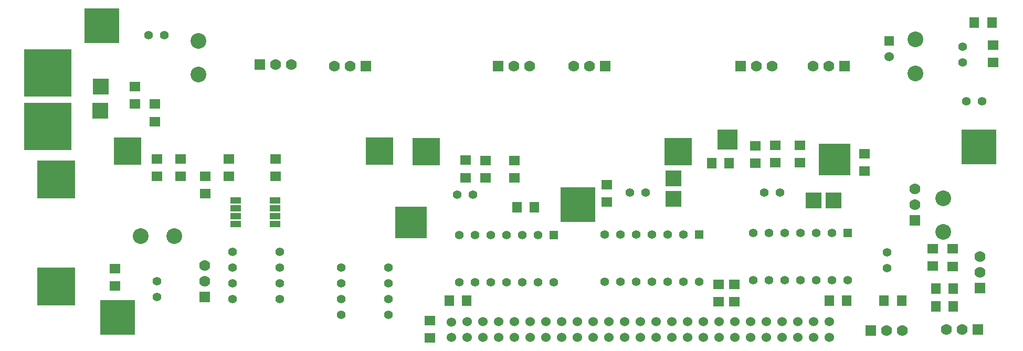
<source format=gts>
G04 (created by PCBNEW (22-Jun-2014 BZR 4027)-stable) date vie 24 oct 2014 06:28:31 CST*
%MOIN*%
G04 Gerber Fmt 3.4, Leading zero omitted, Abs format*
%FSLAX34Y34*%
G01*
G70*
G90*
G04 APERTURE LIST*
%ADD10C,0.00590551*%
%ADD11R,0.06X0.06*%
%ADD12C,0.06*%
%ADD13R,0.3X0.3*%
%ADD14R,0.175X0.175*%
%ADD15R,0.2X0.2*%
%ADD16R,0.125X0.125*%
%ADD17R,0.24X0.24*%
%ADD18R,0.1X0.1*%
%ADD19R,0.22X0.22*%
%ADD20C,0.055*%
%ADD21R,0.071X0.063*%
%ADD22R,0.063X0.071*%
%ADD23R,0.0709X0.0629*%
%ADD24R,0.0629X0.0709*%
%ADD25R,0.055X0.055*%
%ADD26C,0.1*%
%ADD27R,0.065X0.04*%
%ADD28C,0.07*%
%ADD29R,0.07X0.07*%
G04 APERTURE END LIST*
G54D10*
G54D11*
X106830Y-54205D03*
G54D12*
X106830Y-55205D03*
G54D13*
X53402Y-59645D03*
X53402Y-56235D03*
G54D14*
X58450Y-61200D03*
X74450Y-61200D03*
X77430Y-61250D03*
X93430Y-61250D03*
G54D15*
X76450Y-65740D03*
G54D16*
X96550Y-60490D03*
G54D15*
X103365Y-61730D03*
G54D17*
X53915Y-63010D03*
X53915Y-69810D03*
G54D18*
X103300Y-64330D03*
X102010Y-64330D03*
X93110Y-64230D03*
X93110Y-62940D03*
G54D19*
X56810Y-53230D03*
X57838Y-71764D03*
X112518Y-60956D03*
G54D20*
X112738Y-58030D03*
X111738Y-58030D03*
X98888Y-63835D03*
X99888Y-63835D03*
X80375Y-63960D03*
X79375Y-63960D03*
X60315Y-70475D03*
X60315Y-69475D03*
X90340Y-63830D03*
X91340Y-63830D03*
X106700Y-67640D03*
X106700Y-68640D03*
X111474Y-54566D03*
X111474Y-55566D03*
X60785Y-53850D03*
X59785Y-53850D03*
G54D21*
X58935Y-58210D03*
X58935Y-57110D03*
X113430Y-55570D03*
X113430Y-54470D03*
G54D22*
X79975Y-70695D03*
X78875Y-70695D03*
G54D21*
X77665Y-71963D03*
X77665Y-73063D03*
X67870Y-61720D03*
X67870Y-62820D03*
X88890Y-64450D03*
X88890Y-63350D03*
X105245Y-62465D03*
X105245Y-61365D03*
G54D22*
X96646Y-61974D03*
X95546Y-61974D03*
G54D21*
X98334Y-61966D03*
X98334Y-60866D03*
G54D22*
X83204Y-64768D03*
X84304Y-64768D03*
G54D21*
X83006Y-62920D03*
X83006Y-61820D03*
X63395Y-62803D03*
X63395Y-63903D03*
X64894Y-62798D03*
X64894Y-61698D03*
G54D22*
X104125Y-70695D03*
X103025Y-70695D03*
G54D21*
X97000Y-69670D03*
X97000Y-70770D03*
X96000Y-69670D03*
X96000Y-70770D03*
G54D22*
X110900Y-69950D03*
X109800Y-69950D03*
G54D21*
X109575Y-68500D03*
X109575Y-67400D03*
G54D23*
X99579Y-61949D03*
X99579Y-60831D03*
X101143Y-60829D03*
X101143Y-61947D03*
X79916Y-62903D03*
X79916Y-61785D03*
X81188Y-61800D03*
X81188Y-62918D03*
X60306Y-62811D03*
X60306Y-61693D03*
X61824Y-61693D03*
X61824Y-62811D03*
X60186Y-59331D03*
X60186Y-58213D03*
G54D24*
X112232Y-53052D03*
X113350Y-53052D03*
G54D23*
X110865Y-67421D03*
X110865Y-68539D03*
G54D24*
X109781Y-71080D03*
X110899Y-71080D03*
X107619Y-70700D03*
X106501Y-70700D03*
G54D21*
X57660Y-68660D03*
X57660Y-69760D03*
G54D20*
X75024Y-68605D03*
X75024Y-69605D03*
X75024Y-70605D03*
X75024Y-71605D03*
X72024Y-71605D03*
X72024Y-70605D03*
X72024Y-69605D03*
X72024Y-68605D03*
X65116Y-67624D03*
X65116Y-68624D03*
X65116Y-69624D03*
X65116Y-70624D03*
X68116Y-70624D03*
X68116Y-69624D03*
X68116Y-68624D03*
X68116Y-67624D03*
G54D25*
X85522Y-66546D03*
G54D20*
X84522Y-66546D03*
X83522Y-66546D03*
X82522Y-66546D03*
X81522Y-66546D03*
X80522Y-66546D03*
X79522Y-66546D03*
X79522Y-69546D03*
X80522Y-69546D03*
X81522Y-69546D03*
X82522Y-69546D03*
X83522Y-69546D03*
X84522Y-69546D03*
X85522Y-69546D03*
G54D25*
X94740Y-66502D03*
G54D20*
X93740Y-66502D03*
X92740Y-66502D03*
X91740Y-66502D03*
X90740Y-66502D03*
X89740Y-66502D03*
X88740Y-66502D03*
X88740Y-69502D03*
X89740Y-69502D03*
X90740Y-69502D03*
X91740Y-69502D03*
X92740Y-69502D03*
X93740Y-69502D03*
X94740Y-69502D03*
G54D25*
X104180Y-66420D03*
G54D20*
X103180Y-66420D03*
X102180Y-66420D03*
X101180Y-66420D03*
X100180Y-66420D03*
X99180Y-66420D03*
X98180Y-66420D03*
X98180Y-69420D03*
X99180Y-69420D03*
X100180Y-69420D03*
X101180Y-69420D03*
X102180Y-69420D03*
X103180Y-69420D03*
X104180Y-69420D03*
G54D12*
X79014Y-73051D03*
X79025Y-72060D03*
X84014Y-73051D03*
X80014Y-72051D03*
X85014Y-73051D03*
X81014Y-72051D03*
X86014Y-73051D03*
X82014Y-72051D03*
X87014Y-73051D03*
X83014Y-72051D03*
X88014Y-73051D03*
X84014Y-72051D03*
X89014Y-73051D03*
X85014Y-72051D03*
X90014Y-73051D03*
X86014Y-72051D03*
X91014Y-73051D03*
X87014Y-72051D03*
X92014Y-73051D03*
X88014Y-72051D03*
X93014Y-73051D03*
X89014Y-72051D03*
X94014Y-73051D03*
X90014Y-72051D03*
X91014Y-72051D03*
X95014Y-73051D03*
X92014Y-72051D03*
X94014Y-72051D03*
X95014Y-72051D03*
X96014Y-72051D03*
X97014Y-72051D03*
X96014Y-73051D03*
X97014Y-73051D03*
X80014Y-73051D03*
X81014Y-73051D03*
X82014Y-73051D03*
X83014Y-73051D03*
X98014Y-73051D03*
X98014Y-72051D03*
X93014Y-72051D03*
X99014Y-73051D03*
X99014Y-72051D03*
X100014Y-73051D03*
X100014Y-72051D03*
X101014Y-73051D03*
X101014Y-72051D03*
X102014Y-73051D03*
X102014Y-72051D03*
X103014Y-73051D03*
X103014Y-72051D03*
G54D26*
X62964Y-54194D03*
X62964Y-56334D03*
X61420Y-66610D03*
X59280Y-66610D03*
X108500Y-54125D03*
X108500Y-56265D03*
X110260Y-66350D03*
X110260Y-64210D03*
G54D18*
X56737Y-58627D03*
X56739Y-57110D03*
G54D27*
X65305Y-65835D03*
X65305Y-65335D03*
X65305Y-64835D03*
X65305Y-64335D03*
X67805Y-64335D03*
X67805Y-64835D03*
X67805Y-65335D03*
X67805Y-65835D03*
G54D10*
G36*
X85945Y-65720D02*
X85945Y-63520D01*
X88145Y-63520D01*
X88145Y-65720D01*
X85945Y-65720D01*
X85945Y-65720D01*
G37*
G54D28*
X71600Y-55800D03*
X72600Y-55800D03*
G54D29*
X73600Y-55800D03*
G54D28*
X68850Y-55700D03*
X67850Y-55700D03*
G54D29*
X66850Y-55700D03*
G54D28*
X99400Y-55800D03*
X98400Y-55800D03*
G54D29*
X97400Y-55800D03*
G54D28*
X84000Y-55800D03*
X83000Y-55800D03*
G54D29*
X82000Y-55800D03*
G54D28*
X102000Y-55800D03*
X103000Y-55800D03*
G54D29*
X104000Y-55800D03*
G54D28*
X86800Y-55800D03*
X87800Y-55800D03*
G54D29*
X88800Y-55800D03*
X108460Y-65600D03*
G54D28*
X108460Y-63600D03*
X108460Y-64600D03*
G54D29*
X112590Y-69925D03*
G54D28*
X112590Y-67925D03*
X112590Y-68925D03*
G54D29*
X105650Y-72600D03*
G54D28*
X107650Y-72600D03*
X106650Y-72600D03*
G54D29*
X112452Y-72556D03*
G54D28*
X110452Y-72556D03*
X111452Y-72556D03*
G54D29*
X63360Y-70465D03*
G54D28*
X63360Y-68465D03*
X63360Y-69465D03*
M02*

</source>
